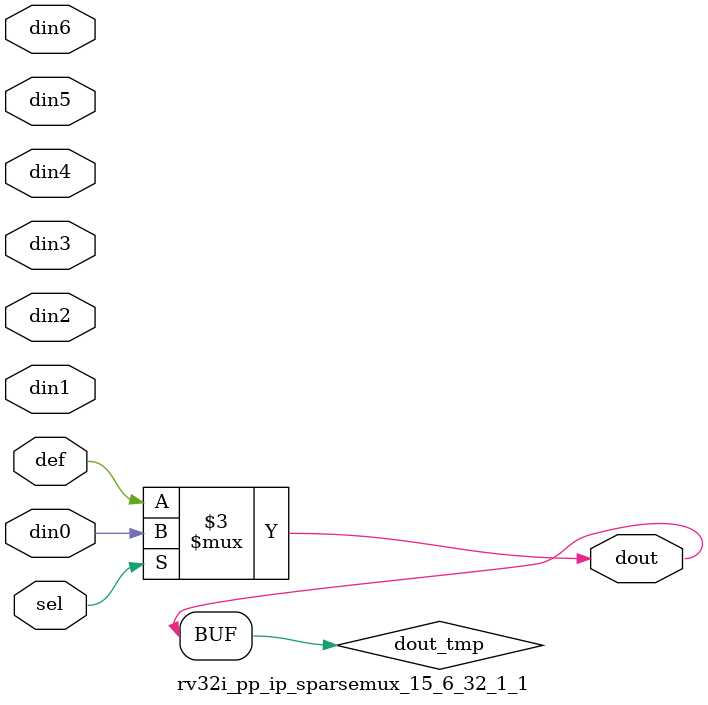
<source format=v>
`timescale 1ns / 1ps

module rv32i_pp_ip_sparsemux_15_6_32_1_1 (din0,din1,din2,din3,din4,din5,din6,def,sel,dout);

parameter din0_WIDTH = 1;

parameter din1_WIDTH = 1;

parameter din2_WIDTH = 1;

parameter din3_WIDTH = 1;

parameter din4_WIDTH = 1;

parameter din5_WIDTH = 1;

parameter din6_WIDTH = 1;

parameter def_WIDTH = 1;
parameter sel_WIDTH = 1;
parameter dout_WIDTH = 1;

parameter [sel_WIDTH-1:0] CASE0 = 1;

parameter [sel_WIDTH-1:0] CASE1 = 1;

parameter [sel_WIDTH-1:0] CASE2 = 1;

parameter [sel_WIDTH-1:0] CASE3 = 1;

parameter [sel_WIDTH-1:0] CASE4 = 1;

parameter [sel_WIDTH-1:0] CASE5 = 1;

parameter [sel_WIDTH-1:0] CASE6 = 1;

parameter ID = 1;
parameter NUM_STAGE = 1;



input [din0_WIDTH-1:0] din0;

input [din1_WIDTH-1:0] din1;

input [din2_WIDTH-1:0] din2;

input [din3_WIDTH-1:0] din3;

input [din4_WIDTH-1:0] din4;

input [din5_WIDTH-1:0] din5;

input [din6_WIDTH-1:0] din6;

input [def_WIDTH-1:0] def;
input [sel_WIDTH-1:0] sel;

output [dout_WIDTH-1:0] dout;



reg [dout_WIDTH-1:0] dout_tmp;


always @ (*) begin
(* parallel_case *) case (sel)
    
    CASE0 : dout_tmp = din0;
    
    CASE1 : dout_tmp = din1;
    
    CASE2 : dout_tmp = din2;
    
    CASE3 : dout_tmp = din3;
    
    CASE4 : dout_tmp = din4;
    
    CASE5 : dout_tmp = din5;
    
    CASE6 : dout_tmp = din6;
    
    default : dout_tmp = def;
endcase
end


assign dout = dout_tmp;



endmodule

</source>
